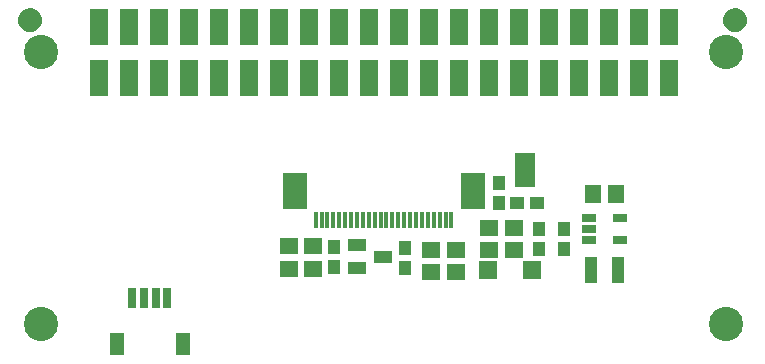
<source format=gbr>
G04 EAGLE Gerber RS-274X export*
G75*
%MOMM*%
%FSLAX34Y34*%
%LPD*%
%INSoldermask Bottom*%
%IPPOS*%
%AMOC8*
5,1,8,0,0,1.08239X$1,22.5*%
G01*
%ADD10R,1.601600X1.341600*%
%ADD11C,2.901600*%
%ADD12R,1.625600X3.149600*%
%ADD13C,1.101600*%
%ADD14C,0.500000*%
%ADD15R,1.501600X1.101600*%
%ADD16R,1.101600X1.176600*%
%ADD17R,2.101600X3.101600*%
%ADD18R,0.376600X1.351600*%
%ADD19R,1.301600X0.651600*%
%ADD20R,1.176600X1.101600*%
%ADD21R,1.341600X1.601600*%
%ADD22R,1.117600X2.301600*%
%ADD23R,1.501600X1.501600*%
%ADD24R,1.651000X2.921000*%
%ADD25R,0.701600X1.651600*%
%ADD26R,1.301600X1.901600*%


D10*
X265430Y100560D03*
X265430Y81560D03*
D11*
X35254Y35000D03*
X35254Y265000D03*
X615254Y265000D03*
X615254Y35000D03*
D12*
X83950Y243394D03*
X83950Y286574D03*
X109350Y243394D03*
X109350Y286574D03*
X134750Y286574D03*
X134750Y243394D03*
X160150Y286574D03*
X160150Y243394D03*
X185550Y286574D03*
X185550Y243394D03*
X210950Y286574D03*
X210950Y243394D03*
X236350Y286574D03*
X236350Y243394D03*
X261750Y286574D03*
X261750Y243394D03*
X287150Y286574D03*
X287150Y243394D03*
X312550Y286574D03*
X312550Y243394D03*
X337950Y286574D03*
X337950Y243394D03*
X363350Y286574D03*
X363350Y243394D03*
X388750Y286574D03*
X388750Y243394D03*
X414150Y286574D03*
X414150Y243394D03*
X439550Y286574D03*
X439550Y243394D03*
X464950Y286574D03*
X464950Y243394D03*
X490350Y286574D03*
X490350Y243394D03*
X515750Y286574D03*
X515750Y243394D03*
X541150Y286574D03*
X541150Y243394D03*
X566550Y286574D03*
X566550Y243394D03*
D13*
X25654Y292100D03*
D14*
X33154Y292100D02*
X33152Y292281D01*
X33145Y292462D01*
X33134Y292643D01*
X33119Y292824D01*
X33099Y293004D01*
X33075Y293184D01*
X33047Y293363D01*
X33014Y293541D01*
X32977Y293718D01*
X32936Y293895D01*
X32891Y294070D01*
X32841Y294245D01*
X32787Y294418D01*
X32729Y294589D01*
X32667Y294760D01*
X32600Y294928D01*
X32530Y295095D01*
X32456Y295261D01*
X32377Y295424D01*
X32295Y295585D01*
X32209Y295745D01*
X32119Y295902D01*
X32025Y296057D01*
X31928Y296210D01*
X31826Y296360D01*
X31722Y296508D01*
X31613Y296654D01*
X31502Y296796D01*
X31386Y296936D01*
X31268Y297073D01*
X31146Y297208D01*
X31021Y297339D01*
X30893Y297467D01*
X30762Y297592D01*
X30627Y297714D01*
X30490Y297832D01*
X30350Y297948D01*
X30208Y298059D01*
X30062Y298168D01*
X29914Y298272D01*
X29764Y298374D01*
X29611Y298471D01*
X29456Y298565D01*
X29299Y298655D01*
X29139Y298741D01*
X28978Y298823D01*
X28815Y298902D01*
X28649Y298976D01*
X28482Y299046D01*
X28314Y299113D01*
X28143Y299175D01*
X27972Y299233D01*
X27799Y299287D01*
X27624Y299337D01*
X27449Y299382D01*
X27272Y299423D01*
X27095Y299460D01*
X26917Y299493D01*
X26738Y299521D01*
X26558Y299545D01*
X26378Y299565D01*
X26197Y299580D01*
X26016Y299591D01*
X25835Y299598D01*
X25654Y299600D01*
X25473Y299598D01*
X25292Y299591D01*
X25111Y299580D01*
X24930Y299565D01*
X24750Y299545D01*
X24570Y299521D01*
X24391Y299493D01*
X24213Y299460D01*
X24036Y299423D01*
X23859Y299382D01*
X23684Y299337D01*
X23509Y299287D01*
X23336Y299233D01*
X23165Y299175D01*
X22994Y299113D01*
X22826Y299046D01*
X22659Y298976D01*
X22493Y298902D01*
X22330Y298823D01*
X22169Y298741D01*
X22009Y298655D01*
X21852Y298565D01*
X21697Y298471D01*
X21544Y298374D01*
X21394Y298272D01*
X21246Y298168D01*
X21100Y298059D01*
X20958Y297948D01*
X20818Y297832D01*
X20681Y297714D01*
X20546Y297592D01*
X20415Y297467D01*
X20287Y297339D01*
X20162Y297208D01*
X20040Y297073D01*
X19922Y296936D01*
X19806Y296796D01*
X19695Y296654D01*
X19586Y296508D01*
X19482Y296360D01*
X19380Y296210D01*
X19283Y296057D01*
X19189Y295902D01*
X19099Y295745D01*
X19013Y295585D01*
X18931Y295424D01*
X18852Y295261D01*
X18778Y295095D01*
X18708Y294928D01*
X18641Y294760D01*
X18579Y294589D01*
X18521Y294418D01*
X18467Y294245D01*
X18417Y294070D01*
X18372Y293895D01*
X18331Y293718D01*
X18294Y293541D01*
X18261Y293363D01*
X18233Y293184D01*
X18209Y293004D01*
X18189Y292824D01*
X18174Y292643D01*
X18163Y292462D01*
X18156Y292281D01*
X18154Y292100D01*
X18156Y291919D01*
X18163Y291738D01*
X18174Y291557D01*
X18189Y291376D01*
X18209Y291196D01*
X18233Y291016D01*
X18261Y290837D01*
X18294Y290659D01*
X18331Y290482D01*
X18372Y290305D01*
X18417Y290130D01*
X18467Y289955D01*
X18521Y289782D01*
X18579Y289611D01*
X18641Y289440D01*
X18708Y289272D01*
X18778Y289105D01*
X18852Y288939D01*
X18931Y288776D01*
X19013Y288615D01*
X19099Y288455D01*
X19189Y288298D01*
X19283Y288143D01*
X19380Y287990D01*
X19482Y287840D01*
X19586Y287692D01*
X19695Y287546D01*
X19806Y287404D01*
X19922Y287264D01*
X20040Y287127D01*
X20162Y286992D01*
X20287Y286861D01*
X20415Y286733D01*
X20546Y286608D01*
X20681Y286486D01*
X20818Y286368D01*
X20958Y286252D01*
X21100Y286141D01*
X21246Y286032D01*
X21394Y285928D01*
X21544Y285826D01*
X21697Y285729D01*
X21852Y285635D01*
X22009Y285545D01*
X22169Y285459D01*
X22330Y285377D01*
X22493Y285298D01*
X22659Y285224D01*
X22826Y285154D01*
X22994Y285087D01*
X23165Y285025D01*
X23336Y284967D01*
X23509Y284913D01*
X23684Y284863D01*
X23859Y284818D01*
X24036Y284777D01*
X24213Y284740D01*
X24391Y284707D01*
X24570Y284679D01*
X24750Y284655D01*
X24930Y284635D01*
X25111Y284620D01*
X25292Y284609D01*
X25473Y284602D01*
X25654Y284600D01*
X25835Y284602D01*
X26016Y284609D01*
X26197Y284620D01*
X26378Y284635D01*
X26558Y284655D01*
X26738Y284679D01*
X26917Y284707D01*
X27095Y284740D01*
X27272Y284777D01*
X27449Y284818D01*
X27624Y284863D01*
X27799Y284913D01*
X27972Y284967D01*
X28143Y285025D01*
X28314Y285087D01*
X28482Y285154D01*
X28649Y285224D01*
X28815Y285298D01*
X28978Y285377D01*
X29139Y285459D01*
X29299Y285545D01*
X29456Y285635D01*
X29611Y285729D01*
X29764Y285826D01*
X29914Y285928D01*
X30062Y286032D01*
X30208Y286141D01*
X30350Y286252D01*
X30490Y286368D01*
X30627Y286486D01*
X30762Y286608D01*
X30893Y286733D01*
X31021Y286861D01*
X31146Y286992D01*
X31268Y287127D01*
X31386Y287264D01*
X31502Y287404D01*
X31613Y287546D01*
X31722Y287692D01*
X31826Y287840D01*
X31928Y287990D01*
X32025Y288143D01*
X32119Y288298D01*
X32209Y288455D01*
X32295Y288615D01*
X32377Y288776D01*
X32456Y288939D01*
X32530Y289105D01*
X32600Y289272D01*
X32667Y289440D01*
X32729Y289611D01*
X32787Y289782D01*
X32841Y289955D01*
X32891Y290130D01*
X32936Y290305D01*
X32977Y290482D01*
X33014Y290659D01*
X33047Y290837D01*
X33075Y291016D01*
X33099Y291196D01*
X33119Y291376D01*
X33134Y291557D01*
X33145Y291738D01*
X33152Y291919D01*
X33154Y292100D01*
D13*
X622554Y292100D03*
D14*
X630054Y292100D02*
X630052Y292281D01*
X630045Y292462D01*
X630034Y292643D01*
X630019Y292824D01*
X629999Y293004D01*
X629975Y293184D01*
X629947Y293363D01*
X629914Y293541D01*
X629877Y293718D01*
X629836Y293895D01*
X629791Y294070D01*
X629741Y294245D01*
X629687Y294418D01*
X629629Y294589D01*
X629567Y294760D01*
X629500Y294928D01*
X629430Y295095D01*
X629356Y295261D01*
X629277Y295424D01*
X629195Y295585D01*
X629109Y295745D01*
X629019Y295902D01*
X628925Y296057D01*
X628828Y296210D01*
X628726Y296360D01*
X628622Y296508D01*
X628513Y296654D01*
X628402Y296796D01*
X628286Y296936D01*
X628168Y297073D01*
X628046Y297208D01*
X627921Y297339D01*
X627793Y297467D01*
X627662Y297592D01*
X627527Y297714D01*
X627390Y297832D01*
X627250Y297948D01*
X627108Y298059D01*
X626962Y298168D01*
X626814Y298272D01*
X626664Y298374D01*
X626511Y298471D01*
X626356Y298565D01*
X626199Y298655D01*
X626039Y298741D01*
X625878Y298823D01*
X625715Y298902D01*
X625549Y298976D01*
X625382Y299046D01*
X625214Y299113D01*
X625043Y299175D01*
X624872Y299233D01*
X624699Y299287D01*
X624524Y299337D01*
X624349Y299382D01*
X624172Y299423D01*
X623995Y299460D01*
X623817Y299493D01*
X623638Y299521D01*
X623458Y299545D01*
X623278Y299565D01*
X623097Y299580D01*
X622916Y299591D01*
X622735Y299598D01*
X622554Y299600D01*
X622373Y299598D01*
X622192Y299591D01*
X622011Y299580D01*
X621830Y299565D01*
X621650Y299545D01*
X621470Y299521D01*
X621291Y299493D01*
X621113Y299460D01*
X620936Y299423D01*
X620759Y299382D01*
X620584Y299337D01*
X620409Y299287D01*
X620236Y299233D01*
X620065Y299175D01*
X619894Y299113D01*
X619726Y299046D01*
X619559Y298976D01*
X619393Y298902D01*
X619230Y298823D01*
X619069Y298741D01*
X618909Y298655D01*
X618752Y298565D01*
X618597Y298471D01*
X618444Y298374D01*
X618294Y298272D01*
X618146Y298168D01*
X618000Y298059D01*
X617858Y297948D01*
X617718Y297832D01*
X617581Y297714D01*
X617446Y297592D01*
X617315Y297467D01*
X617187Y297339D01*
X617062Y297208D01*
X616940Y297073D01*
X616822Y296936D01*
X616706Y296796D01*
X616595Y296654D01*
X616486Y296508D01*
X616382Y296360D01*
X616280Y296210D01*
X616183Y296057D01*
X616089Y295902D01*
X615999Y295745D01*
X615913Y295585D01*
X615831Y295424D01*
X615752Y295261D01*
X615678Y295095D01*
X615608Y294928D01*
X615541Y294760D01*
X615479Y294589D01*
X615421Y294418D01*
X615367Y294245D01*
X615317Y294070D01*
X615272Y293895D01*
X615231Y293718D01*
X615194Y293541D01*
X615161Y293363D01*
X615133Y293184D01*
X615109Y293004D01*
X615089Y292824D01*
X615074Y292643D01*
X615063Y292462D01*
X615056Y292281D01*
X615054Y292100D01*
X615056Y291919D01*
X615063Y291738D01*
X615074Y291557D01*
X615089Y291376D01*
X615109Y291196D01*
X615133Y291016D01*
X615161Y290837D01*
X615194Y290659D01*
X615231Y290482D01*
X615272Y290305D01*
X615317Y290130D01*
X615367Y289955D01*
X615421Y289782D01*
X615479Y289611D01*
X615541Y289440D01*
X615608Y289272D01*
X615678Y289105D01*
X615752Y288939D01*
X615831Y288776D01*
X615913Y288615D01*
X615999Y288455D01*
X616089Y288298D01*
X616183Y288143D01*
X616280Y287990D01*
X616382Y287840D01*
X616486Y287692D01*
X616595Y287546D01*
X616706Y287404D01*
X616822Y287264D01*
X616940Y287127D01*
X617062Y286992D01*
X617187Y286861D01*
X617315Y286733D01*
X617446Y286608D01*
X617581Y286486D01*
X617718Y286368D01*
X617858Y286252D01*
X618000Y286141D01*
X618146Y286032D01*
X618294Y285928D01*
X618444Y285826D01*
X618597Y285729D01*
X618752Y285635D01*
X618909Y285545D01*
X619069Y285459D01*
X619230Y285377D01*
X619393Y285298D01*
X619559Y285224D01*
X619726Y285154D01*
X619894Y285087D01*
X620065Y285025D01*
X620236Y284967D01*
X620409Y284913D01*
X620584Y284863D01*
X620759Y284818D01*
X620936Y284777D01*
X621113Y284740D01*
X621291Y284707D01*
X621470Y284679D01*
X621650Y284655D01*
X621830Y284635D01*
X622011Y284620D01*
X622192Y284609D01*
X622373Y284602D01*
X622554Y284600D01*
X622735Y284602D01*
X622916Y284609D01*
X623097Y284620D01*
X623278Y284635D01*
X623458Y284655D01*
X623638Y284679D01*
X623817Y284707D01*
X623995Y284740D01*
X624172Y284777D01*
X624349Y284818D01*
X624524Y284863D01*
X624699Y284913D01*
X624872Y284967D01*
X625043Y285025D01*
X625214Y285087D01*
X625382Y285154D01*
X625549Y285224D01*
X625715Y285298D01*
X625878Y285377D01*
X626039Y285459D01*
X626199Y285545D01*
X626356Y285635D01*
X626511Y285729D01*
X626664Y285826D01*
X626814Y285928D01*
X626962Y286032D01*
X627108Y286141D01*
X627250Y286252D01*
X627390Y286368D01*
X627527Y286486D01*
X627662Y286608D01*
X627793Y286733D01*
X627921Y286861D01*
X628046Y286992D01*
X628168Y287127D01*
X628286Y287264D01*
X628402Y287404D01*
X628513Y287546D01*
X628622Y287692D01*
X628726Y287840D01*
X628828Y287990D01*
X628925Y288143D01*
X629019Y288298D01*
X629109Y288455D01*
X629195Y288615D01*
X629277Y288776D01*
X629356Y288939D01*
X629430Y289105D01*
X629500Y289272D01*
X629567Y289440D01*
X629629Y289611D01*
X629687Y289782D01*
X629741Y289955D01*
X629791Y290130D01*
X629836Y290305D01*
X629877Y290482D01*
X629914Y290659D01*
X629947Y290837D01*
X629975Y291016D01*
X629999Y291196D01*
X630019Y291376D01*
X630034Y291557D01*
X630045Y291738D01*
X630052Y291919D01*
X630054Y292100D01*
D15*
X324310Y91874D03*
X302310Y101374D03*
X302310Y82374D03*
D16*
X342855Y99050D03*
X342855Y82050D03*
D10*
X365359Y78510D03*
X365359Y97510D03*
X244720Y81560D03*
X244720Y100560D03*
X385980Y78510D03*
X385980Y97510D03*
D17*
X400950Y147280D03*
X249850Y147280D03*
D18*
X382450Y122680D03*
X377450Y122680D03*
X372450Y122680D03*
X367450Y122680D03*
X362450Y122680D03*
X357450Y122680D03*
X352450Y122680D03*
X347450Y122680D03*
X342450Y122680D03*
X337450Y122680D03*
X332450Y122680D03*
X327450Y122680D03*
X322450Y122680D03*
X317450Y122680D03*
X312450Y122680D03*
X307450Y122680D03*
X302450Y122680D03*
X297450Y122680D03*
X292450Y122680D03*
X287450Y122680D03*
X282450Y122680D03*
X277450Y122680D03*
X272450Y122680D03*
X267450Y122680D03*
D19*
X499039Y105860D03*
X499039Y115360D03*
X499039Y124860D03*
X525041Y124860D03*
X525041Y105860D03*
D16*
X477760Y115363D03*
X477760Y98363D03*
D20*
X438130Y137400D03*
X455130Y137400D03*
D10*
X414120Y116363D03*
X414120Y97363D03*
X435289Y116363D03*
X435289Y97363D03*
D21*
X502540Y144880D03*
X521540Y144880D03*
D16*
X456503Y98363D03*
X456503Y115363D03*
D22*
X523310Y80690D03*
X500770Y80690D03*
D23*
X413350Y80690D03*
X450350Y80690D03*
D16*
X283210Y99940D03*
X283210Y82940D03*
D24*
X444500Y165100D03*
D16*
X422910Y137550D03*
X422910Y154550D03*
D25*
X132000Y56890D03*
X122000Y56890D03*
X142000Y56890D03*
X112000Y56890D03*
D26*
X155000Y17890D03*
X99000Y17890D03*
M02*

</source>
